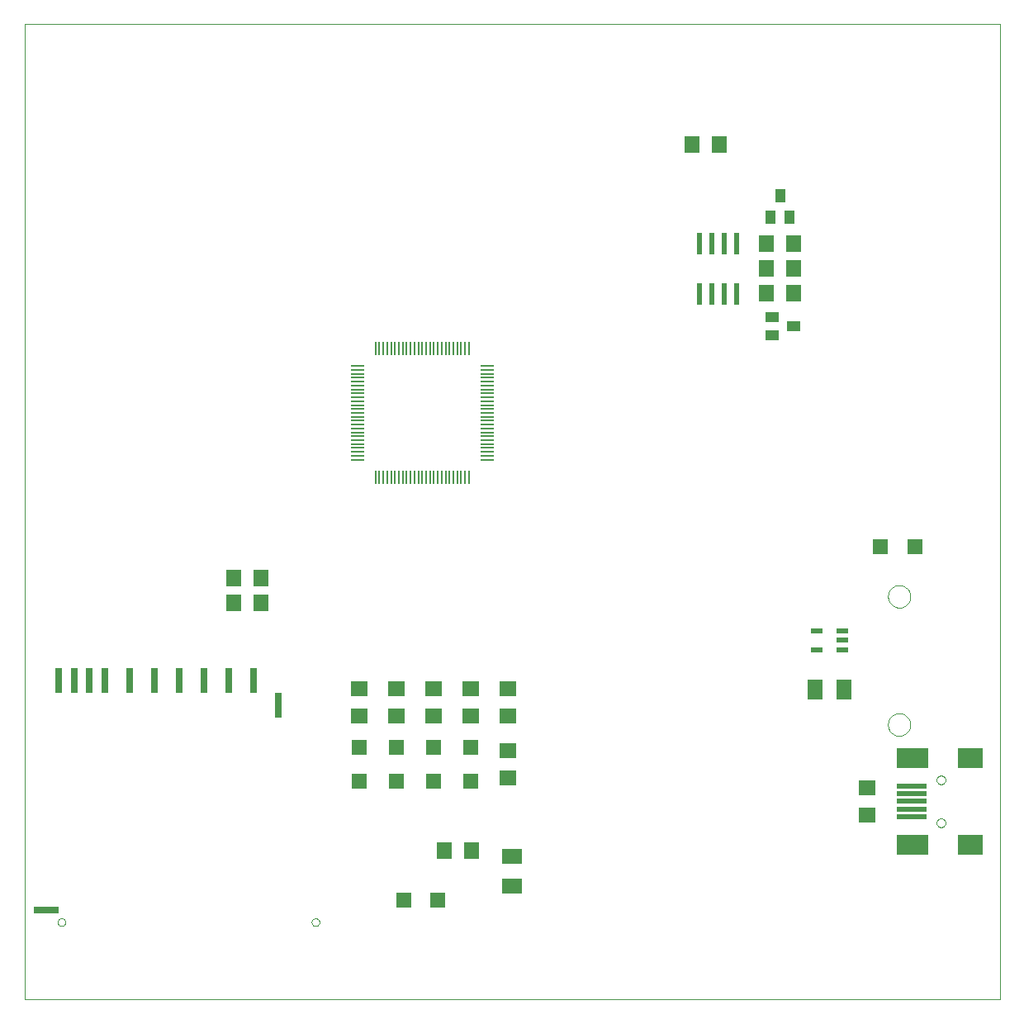
<source format=gtp>
G75*
G70*
%OFA0B0*%
%FSLAX24Y24*%
%IPPOS*%
%LPD*%
%AMOC8*
5,1,8,0,0,1.08239X$1,22.5*
%
%ADD10C,0.0000*%
%ADD11R,0.0630X0.0710*%
%ADD12R,0.0394X0.0551*%
%ADD13R,0.0551X0.0394*%
%ADD14R,0.0236X0.0866*%
%ADD15R,0.0580X0.0090*%
%ADD16R,0.0090X0.0580*%
%ADD17R,0.0984X0.0787*%
%ADD18R,0.1299X0.0787*%
%ADD19R,0.1220X0.0197*%
%ADD20R,0.0710X0.0630*%
%ADD21R,0.0472X0.0217*%
%ADD22R,0.0591X0.0787*%
%ADD23R,0.0315X0.0984*%
%ADD24R,0.0984X0.0315*%
%ADD25R,0.0591X0.0591*%
%ADD26R,0.0787X0.0591*%
D10*
X001089Y000191D02*
X001089Y039562D01*
X040459Y039562D01*
X040459Y000191D01*
X001089Y000191D01*
X002432Y003316D02*
X002434Y003341D01*
X002440Y003365D01*
X002449Y003387D01*
X002462Y003408D01*
X002478Y003427D01*
X002497Y003443D01*
X002518Y003456D01*
X002540Y003465D01*
X002564Y003471D01*
X002589Y003473D01*
X002614Y003471D01*
X002638Y003465D01*
X002660Y003456D01*
X002681Y003443D01*
X002700Y003427D01*
X002716Y003408D01*
X002729Y003387D01*
X002738Y003365D01*
X002744Y003341D01*
X002746Y003316D01*
X002744Y003291D01*
X002738Y003267D01*
X002729Y003245D01*
X002716Y003224D01*
X002700Y003205D01*
X002681Y003189D01*
X002660Y003176D01*
X002638Y003167D01*
X002614Y003161D01*
X002589Y003159D01*
X002564Y003161D01*
X002540Y003167D01*
X002518Y003176D01*
X002497Y003189D01*
X002478Y003205D01*
X002462Y003224D01*
X002449Y003245D01*
X002440Y003267D01*
X002434Y003291D01*
X002432Y003316D01*
X012682Y003316D02*
X012684Y003341D01*
X012690Y003365D01*
X012699Y003387D01*
X012712Y003408D01*
X012728Y003427D01*
X012747Y003443D01*
X012768Y003456D01*
X012790Y003465D01*
X012814Y003471D01*
X012839Y003473D01*
X012864Y003471D01*
X012888Y003465D01*
X012910Y003456D01*
X012931Y003443D01*
X012950Y003427D01*
X012966Y003408D01*
X012979Y003387D01*
X012988Y003365D01*
X012994Y003341D01*
X012996Y003316D01*
X012994Y003291D01*
X012988Y003267D01*
X012979Y003245D01*
X012966Y003224D01*
X012950Y003205D01*
X012931Y003189D01*
X012910Y003176D01*
X012888Y003167D01*
X012864Y003161D01*
X012839Y003159D01*
X012814Y003161D01*
X012790Y003167D01*
X012768Y003176D01*
X012747Y003189D01*
X012728Y003205D01*
X012712Y003224D01*
X012699Y003245D01*
X012690Y003267D01*
X012684Y003291D01*
X012682Y003316D01*
X035948Y011292D02*
X035950Y011334D01*
X035956Y011376D01*
X035966Y011418D01*
X035979Y011458D01*
X035997Y011497D01*
X036018Y011534D01*
X036042Y011568D01*
X036070Y011601D01*
X036100Y011631D01*
X036133Y011657D01*
X036168Y011681D01*
X036206Y011701D01*
X036245Y011717D01*
X036285Y011730D01*
X036327Y011739D01*
X036369Y011744D01*
X036412Y011745D01*
X036454Y011742D01*
X036496Y011735D01*
X036537Y011724D01*
X036577Y011709D01*
X036615Y011691D01*
X036652Y011669D01*
X036686Y011644D01*
X036718Y011616D01*
X036746Y011585D01*
X036772Y011551D01*
X036795Y011515D01*
X036814Y011478D01*
X036830Y011438D01*
X036842Y011397D01*
X036850Y011356D01*
X036854Y011313D01*
X036854Y011271D01*
X036850Y011228D01*
X036842Y011187D01*
X036830Y011146D01*
X036814Y011106D01*
X036795Y011069D01*
X036772Y011033D01*
X036746Y010999D01*
X036718Y010968D01*
X036686Y010940D01*
X036652Y010915D01*
X036615Y010893D01*
X036577Y010875D01*
X036537Y010860D01*
X036496Y010849D01*
X036454Y010842D01*
X036412Y010839D01*
X036369Y010840D01*
X036327Y010845D01*
X036285Y010854D01*
X036245Y010867D01*
X036206Y010883D01*
X036168Y010903D01*
X036133Y010927D01*
X036100Y010953D01*
X036070Y010983D01*
X036042Y011016D01*
X036018Y011050D01*
X035997Y011087D01*
X035979Y011126D01*
X035966Y011166D01*
X035956Y011208D01*
X035950Y011250D01*
X035948Y011292D01*
X037912Y009058D02*
X037914Y009084D01*
X037920Y009110D01*
X037930Y009135D01*
X037943Y009158D01*
X037959Y009178D01*
X037979Y009196D01*
X038001Y009211D01*
X038024Y009223D01*
X038050Y009231D01*
X038076Y009235D01*
X038102Y009235D01*
X038128Y009231D01*
X038154Y009223D01*
X038178Y009211D01*
X038199Y009196D01*
X038219Y009178D01*
X038235Y009158D01*
X038248Y009135D01*
X038258Y009110D01*
X038264Y009084D01*
X038266Y009058D01*
X038264Y009032D01*
X038258Y009006D01*
X038248Y008981D01*
X038235Y008958D01*
X038219Y008938D01*
X038199Y008920D01*
X038177Y008905D01*
X038154Y008893D01*
X038128Y008885D01*
X038102Y008881D01*
X038076Y008881D01*
X038050Y008885D01*
X038024Y008893D01*
X038000Y008905D01*
X037979Y008920D01*
X037959Y008938D01*
X037943Y008958D01*
X037930Y008981D01*
X037920Y009006D01*
X037914Y009032D01*
X037912Y009058D01*
X037912Y007325D02*
X037914Y007351D01*
X037920Y007377D01*
X037930Y007402D01*
X037943Y007425D01*
X037959Y007445D01*
X037979Y007463D01*
X038001Y007478D01*
X038024Y007490D01*
X038050Y007498D01*
X038076Y007502D01*
X038102Y007502D01*
X038128Y007498D01*
X038154Y007490D01*
X038178Y007478D01*
X038199Y007463D01*
X038219Y007445D01*
X038235Y007425D01*
X038248Y007402D01*
X038258Y007377D01*
X038264Y007351D01*
X038266Y007325D01*
X038264Y007299D01*
X038258Y007273D01*
X038248Y007248D01*
X038235Y007225D01*
X038219Y007205D01*
X038199Y007187D01*
X038177Y007172D01*
X038154Y007160D01*
X038128Y007152D01*
X038102Y007148D01*
X038076Y007148D01*
X038050Y007152D01*
X038024Y007160D01*
X038000Y007172D01*
X037979Y007187D01*
X037959Y007205D01*
X037943Y007225D01*
X037930Y007248D01*
X037920Y007273D01*
X037914Y007299D01*
X037912Y007325D01*
X035948Y016466D02*
X035950Y016508D01*
X035956Y016550D01*
X035966Y016592D01*
X035979Y016632D01*
X035997Y016671D01*
X036018Y016708D01*
X036042Y016742D01*
X036070Y016775D01*
X036100Y016805D01*
X036133Y016831D01*
X036168Y016855D01*
X036206Y016875D01*
X036245Y016891D01*
X036285Y016904D01*
X036327Y016913D01*
X036369Y016918D01*
X036412Y016919D01*
X036454Y016916D01*
X036496Y016909D01*
X036537Y016898D01*
X036577Y016883D01*
X036615Y016865D01*
X036652Y016843D01*
X036686Y016818D01*
X036718Y016790D01*
X036746Y016759D01*
X036772Y016725D01*
X036795Y016689D01*
X036814Y016652D01*
X036830Y016612D01*
X036842Y016571D01*
X036850Y016530D01*
X036854Y016487D01*
X036854Y016445D01*
X036850Y016402D01*
X036842Y016361D01*
X036830Y016320D01*
X036814Y016280D01*
X036795Y016243D01*
X036772Y016207D01*
X036746Y016173D01*
X036718Y016142D01*
X036686Y016114D01*
X036652Y016089D01*
X036615Y016067D01*
X036577Y016049D01*
X036537Y016034D01*
X036496Y016023D01*
X036454Y016016D01*
X036412Y016013D01*
X036369Y016014D01*
X036327Y016019D01*
X036285Y016028D01*
X036245Y016041D01*
X036206Y016057D01*
X036168Y016077D01*
X036133Y016101D01*
X036100Y016127D01*
X036070Y016157D01*
X036042Y016190D01*
X036018Y016224D01*
X035997Y016261D01*
X035979Y016300D01*
X035966Y016340D01*
X035956Y016382D01*
X035950Y016424D01*
X035948Y016466D01*
D11*
X032148Y028691D03*
X032148Y029691D03*
X032148Y030691D03*
X031029Y030691D03*
X031029Y029691D03*
X031029Y028691D03*
X029148Y034691D03*
X028029Y034691D03*
X010648Y017191D03*
X010648Y016191D03*
X009529Y016191D03*
X009529Y017191D03*
X018029Y006191D03*
X019148Y006191D03*
D12*
X031214Y031758D03*
X031963Y031758D03*
X031589Y032625D03*
D13*
X031280Y027753D03*
X031280Y027005D03*
X032147Y027379D03*
D14*
X029839Y028668D03*
X029339Y028668D03*
X028839Y028668D03*
X028339Y028668D03*
X028339Y030715D03*
X028839Y030715D03*
X029339Y030715D03*
X029839Y030715D03*
D15*
X019758Y025767D03*
X019758Y025607D03*
X019758Y025447D03*
X019758Y025297D03*
X019758Y025137D03*
X019758Y024977D03*
X019758Y024817D03*
X019758Y024667D03*
X019758Y024507D03*
X019758Y024347D03*
X019758Y024187D03*
X019758Y024037D03*
X019758Y023877D03*
X019758Y023717D03*
X019758Y023567D03*
X019758Y023407D03*
X019758Y023247D03*
X019758Y023087D03*
X019758Y022937D03*
X019758Y022777D03*
X019758Y022617D03*
X019758Y022457D03*
X019758Y022307D03*
X019758Y022147D03*
X019758Y021987D03*
X014538Y021987D03*
X014538Y022147D03*
X014538Y022307D03*
X014538Y022457D03*
X014538Y022617D03*
X014538Y022777D03*
X014538Y022937D03*
X014538Y023087D03*
X014538Y023247D03*
X014538Y023407D03*
X014538Y023567D03*
X014538Y023717D03*
X014538Y023877D03*
X014538Y024037D03*
X014538Y024187D03*
X014538Y024347D03*
X014538Y024507D03*
X014538Y024667D03*
X014538Y024817D03*
X014538Y024977D03*
X014538Y025137D03*
X014538Y025297D03*
X014538Y025447D03*
X014538Y025607D03*
X014538Y025767D03*
D16*
X015258Y026487D03*
X015418Y026487D03*
X015578Y026487D03*
X015728Y026487D03*
X015888Y026487D03*
X016048Y026487D03*
X016208Y026487D03*
X016358Y026487D03*
X016518Y026487D03*
X016678Y026487D03*
X016838Y026487D03*
X016988Y026487D03*
X017148Y026487D03*
X017308Y026487D03*
X017458Y026487D03*
X017618Y026487D03*
X017778Y026487D03*
X017938Y026487D03*
X018088Y026487D03*
X018248Y026487D03*
X018408Y026487D03*
X018568Y026487D03*
X018718Y026487D03*
X018878Y026487D03*
X019038Y026487D03*
X019038Y021267D03*
X018878Y021267D03*
X018718Y021267D03*
X018568Y021267D03*
X018408Y021267D03*
X018248Y021267D03*
X018088Y021267D03*
X017938Y021267D03*
X017778Y021267D03*
X017618Y021267D03*
X017458Y021267D03*
X017308Y021267D03*
X017148Y021267D03*
X016988Y021267D03*
X016838Y021267D03*
X016678Y021267D03*
X016518Y021267D03*
X016358Y021267D03*
X016208Y021267D03*
X016048Y021267D03*
X015888Y021267D03*
X015728Y021267D03*
X015578Y021267D03*
X015418Y021267D03*
X015258Y021267D03*
D17*
X039270Y009943D03*
X039270Y006440D03*
D18*
X036947Y006440D03*
X036947Y009943D03*
D19*
X036907Y008821D03*
X036907Y008506D03*
X036907Y008191D03*
X036907Y007877D03*
X036907Y007562D03*
D20*
X035089Y007632D03*
X035089Y008751D03*
X020589Y009132D03*
X020589Y010251D03*
X020589Y011632D03*
X020589Y012751D03*
X019089Y012751D03*
X019089Y011632D03*
X017589Y011632D03*
X017589Y012751D03*
X016089Y012751D03*
X016089Y011632D03*
X014589Y011632D03*
X014589Y012751D03*
D21*
X033077Y014317D03*
X033077Y015066D03*
X034100Y015066D03*
X034100Y014691D03*
X034100Y014317D03*
D22*
X034179Y012691D03*
X032998Y012691D03*
D23*
X011339Y012066D03*
X010339Y013066D03*
X009339Y013066D03*
X008339Y013066D03*
X007339Y013066D03*
X006339Y013066D03*
X005339Y013066D03*
X004339Y013066D03*
X003714Y013066D03*
X003089Y013066D03*
X002464Y013066D03*
D24*
X001964Y003816D03*
D25*
X014589Y009003D03*
X014589Y010380D03*
X016089Y010380D03*
X016089Y009003D03*
X017589Y009003D03*
X017589Y010380D03*
X019089Y010380D03*
X019089Y009003D03*
X017777Y004191D03*
X016400Y004191D03*
X035650Y018473D03*
X037028Y018473D03*
D26*
X020776Y005970D03*
X020776Y004788D03*
M02*

</source>
